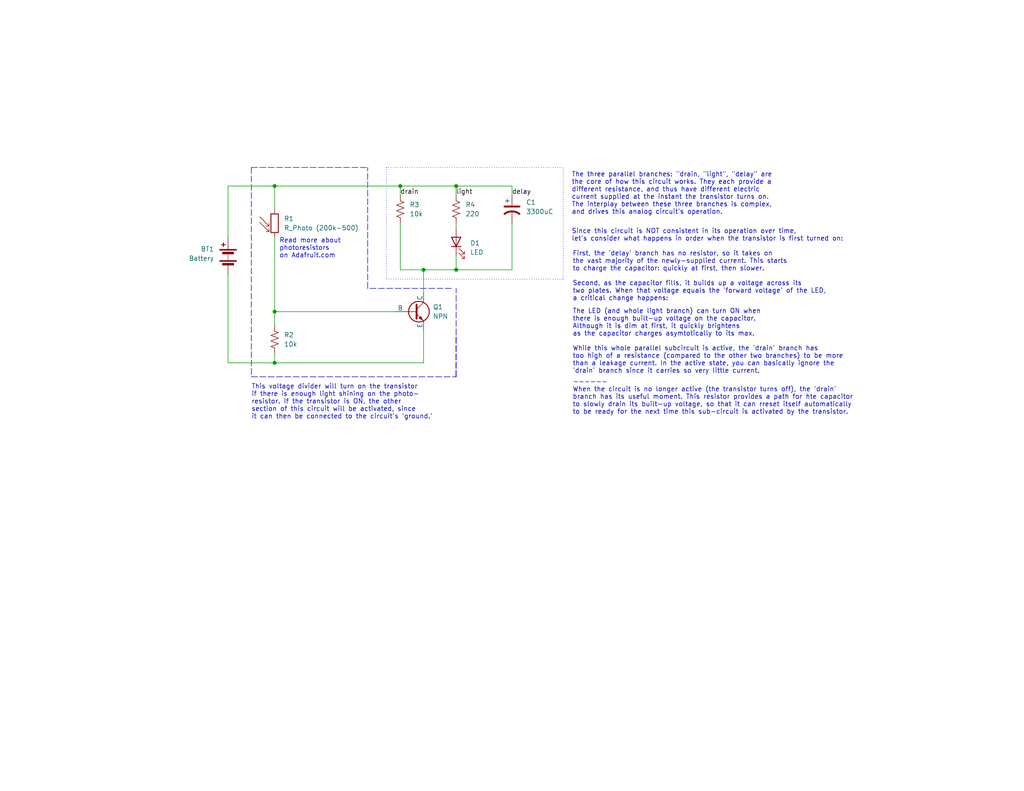
<source format=kicad_sch>
(kicad_sch (version 20231120) (generator "eeschema") (generator_version "8.0")
  (paper "USLetter")
  (title_block (title "Science Olympiad Real-Life RC Circuit") (date "2025-03-20") (rev "v1.0") (company "Mason High School Applied Technology") (comment 1 "2015 Mission Possible Ohio State Champions"))
  (lib_symbols
    (symbol "Device:Battery" (pin_numbers hide) (pin_names (offset 0) hide)
      (property "Reference" "BT" (at 2.54 2.54 0))
      (property "Value" "Battery" (at 2.54 0 0))
      (symbol "Battery_0_1"
        (rectangle (start -2.286 -1.27) (end 2.286 -1.524) (fill (type outline)))
        (rectangle (start -2.286 1.778) (end 2.286 1.524) (fill (type outline)))
        (rectangle (start -1.524 -2.032) (end 1.524 -2.54) (fill (type outline)))
        (rectangle (start -1.524 1.016) (end 1.524 0.508) (fill (type outline)))
        (polyline (pts (xy 0 -1.016) (xy 0 -0.762)))
        (polyline (pts (xy 0 -0.508) (xy 0 -0.254)))
        (polyline (pts (xy 0 0) (xy 0 0.254)))
        (polyline (pts (xy 0 1.778) (xy 0 2.54)))
        (polyline (pts (xy 0.762 3.048) (xy 1.778 3.048)) (stroke (width 0.254)))
        (polyline (pts (xy 1.27 3.556) (xy 1.27 2.54)) (stroke (width 0.254)))
      )
      (symbol "Battery_1_1"
        (pin passive line (at 0 5.08 270) (length 2.54) (name "+") (number "1"))
        (pin passive line (at 0 -5.08 90) (length 2.54) (name "-") (number "2"))
      )
    )
    (symbol "Device:C_Polarized_US" (pin_numbers hide) (pin_names (offset 0.254) hide)
      (property "Reference" "C" (at 0.635 2.54 0))
      (property "Value" "C_Polarized_US" (at 0.635 -2.54 0))
      (symbol "C_Polarized_US_0_1"
        (polyline (pts (xy -2.032 0.762) (xy 2.032 0.762)) (stroke (width 0.508)))
        (polyline (pts (xy -1.778 2.286) (xy -0.762 2.286)))
        (polyline (pts (xy -1.27 1.778) (xy -1.27 2.794)))
        (arc (start 2.032 -1.27) (mid 0 -0.5572) (end -2.032 -1.27) (stroke (width 0.508)))
      )
      (symbol "C_Polarized_US_1_1"
        (pin passive line (at 0 3.81 270) (length 2.794) (name "~") (number "1"))
        (pin passive line (at 0 -3.81 90) (length 3.302) (name "~") (number "2"))
      )
    )
    (symbol "Device:LED" (pin_numbers hide) (pin_names (offset 1.016) hide)
      (property "Reference" "D" (at 0 2.54 0))
      (property "Value" "LED" (at 0 -2.54 0))
      (symbol "LED_0_1"
        (polyline (pts (xy -1.27 -1.27) (xy -1.27 1.27)) (stroke (width 0.254)))
        (polyline (pts (xy -1.27 0) (xy 1.27 0)))
        (polyline (pts (xy 1.27 -1.27) (xy 1.27 1.27) (xy -1.27 0) (xy 1.27 -1.27)) (stroke (width 0.254)))
        (polyline (pts (xy -3.048 -0.762) (xy -4.572 -2.286) (xy -3.81 -2.286) (xy -4.572 -2.286) (xy -4.572 -1.524)))
        (polyline (pts (xy -1.778 -0.762) (xy -3.302 -2.286) (xy -2.54 -2.286) (xy -3.302 -2.286) (xy -3.302 -1.524)))
      )
      (symbol "LED_1_1"
        (pin passive line (at -3.81 0 0) (length 2.54) (name "K") (number "1"))
        (pin passive line (at 3.81 0 180) (length 2.54) (name "A") (number "2"))
      )
    )
    (symbol "Device:R_Photo" (pin_numbers hide) (pin_names (offset 0))
      (property "Reference" "R" (at 1.27 1.27 0))
      (property "Value" "R_Photo" (at 1.27 0 0))
      (symbol "R_Photo_0_1"
        (rectangle (start -1.016 2.54) (end 1.016 -2.54) (stroke (width 0.254)))
        (polyline (pts (xy -1.524 -2.286) (xy -4.064 0.254)))
        (polyline (pts (xy -1.524 -2.286) (xy -2.286 -2.286)))
        (polyline (pts (xy -1.524 -2.286) (xy -1.524 -1.524)))
        (polyline (pts (xy -1.524 -0.762) (xy -4.064 1.778)))
        (polyline (pts (xy -1.524 -0.762) (xy -2.286 -0.762)))
        (polyline (pts (xy -1.524 -0.762) (xy -1.524 0)))
      )
      (symbol "R_Photo_1_1"
        (pin passive line (at 0 3.81 270) (length 1.27) (name "~") (number "1"))
        (pin passive line (at 0 -3.81 90) (length 1.27) (name "~") (number "2"))
      )
    )
    (symbol "Device:R_US" (pin_numbers hide) (pin_names (offset 0))
      (property "Reference" "R" (at 2.54 0 90))
      (property "Value" "R_US" (at -2.54 0 90))
      (symbol "R_US_0_1"
        (polyline (pts (xy 0 -2.286) (xy 0 -2.54)))
        (polyline (pts (xy 0 2.286) (xy 0 2.54)))
        (polyline (pts (xy 0 -0.762) (xy 1.016 -1.143) (xy 0 -1.524) (xy -1.016 -1.905) (xy 0 -2.286)))
        (polyline (pts (xy 0 0.762) (xy 1.016 0.381) (xy 0 0) (xy -1.016 -0.381) (xy 0 -0.762)))
        (polyline (pts (xy 0 2.286) (xy 1.016 1.905) (xy 0 1.524) (xy -1.016 1.143) (xy 0 0.762)))
      )
      (symbol "R_US_1_1"
        (pin passive line (at 0 3.81 270) (length 1.27) (name "~") (number "1"))
        (pin passive line (at 0 -3.81 90) (length 1.27) (name "~") (number "2"))
      )
    )
    (symbol "Simulation_SPICE:NPN" (pin_numbers hide) (pin_names (offset 0))
      (property "Reference" "Q" (at -2.54 7.62 0))
      (property "Value" "NPN" (at -2.54 5.08 0))
      (symbol "NPN_0_1"
        (polyline (pts (xy -2.54 0) (xy 0.635 0)) (stroke (width 0.1524)))
        (polyline (pts (xy 0.635 0.635) (xy 2.54 2.54)))
        (polyline (pts (xy 2.794 -1.27) (xy 2.794 -1.27)) (stroke (width 0.1524)))
        (polyline (pts (xy 2.794 -1.27) (xy 2.794 -1.27)) (stroke (width 0.1524)))
        (polyline (pts (xy 0.635 -0.635) (xy 2.54 -2.54) (xy 2.54 -2.54)))
        (polyline (pts (xy 0.635 1.905) (xy 0.635 -1.905) (xy 0.635 -1.905)) (stroke (width 0.508)))
        (polyline (pts (xy 1.27 -1.778) (xy 1.778 -1.27) (xy 2.286 -2.286) (xy 1.27 -1.778) (xy 1.27 -1.778)) (fill (type outline)))
        (circle (center 1.27 0) (radius 2.8194) (stroke (width 0.254)))
      )
      (symbol "NPN_1_1"
        (pin open_collector line (at 2.54 5.08 270) (length 2.54) (name "C") (number "1"))
        (pin input line (at -5.08 0 0) (length 2.54) (name "B") (number "2"))
        (pin open_emitter line (at 2.54 -5.08 90) (length 2.54) (name "E") (number "3"))
      )
    )
  )
  (junction (at 115.57 73.66))
  (junction (at 74.93 99.06))
  (junction (at 124.46 73.66))
  (junction (at 124.46 50.8))
  (junction (at 74.93 85.09))
  (junction (at 74.93 50.8))
  (junction (at 109.22 50.8))
  (wire (pts (xy 109.22 53.34) (xy 109.22 50.8)))
  (wire (pts (xy 115.57 90.17) (xy 115.57 99.06)))
  (polyline (pts (xy 68.58 45.72) (xy 68.58 102.87)) (stroke (width 0) (type dash)))
  (wire (pts (xy 115.57 99.06) (xy 74.93 99.06)))
  (polyline (pts (xy 68.58 45.72) (xy 100.33 45.72)) (stroke (width 0) (type dash)))
  (polyline (pts (xy 68.58 102.87) (xy 124.46 102.87)) (stroke (width 0) (type dash)))
  (wire (pts (xy 109.22 73.66) (xy 109.22 60.96)))
  (wire (pts (xy 62.23 64.77) (xy 62.23 50.8)))
  (polyline (pts (xy 100.33 78.74) (xy 100.33 45.72)) (stroke (width 0) (type dash)))
  (wire (pts (xy 62.23 74.93) (xy 62.23 99.06)))
  (wire (pts (xy 74.93 50.8) (xy 74.93 57.15)))
  (polyline (pts (xy 124.46 102.87) (xy 124.46 91.44)) (stroke (width 0) (type dash)))
  (wire (pts (xy 74.93 99.06) (xy 74.93 96.52)))
  (wire (pts (xy 124.46 50.8) (xy 109.22 50.8)))
  (wire (pts (xy 124.46 69.85) (xy 124.46 73.66)))
  (polyline (pts (xy 124.46 102.87) (xy 124.46 78.74)) (stroke (width 0) (type dash)))
  (wire (pts (xy 124.46 62.23) (xy 124.46 60.96)))
  (wire (pts (xy 124.46 53.34) (xy 124.46 50.8)))
  (wire (pts (xy 109.22 50.8) (xy 74.93 50.8)))
  (wire (pts (xy 139.7 53.34) (xy 139.7 50.8)))
  (wire (pts (xy 62.23 50.8) (xy 74.93 50.8)))
  (wire (pts (xy 74.93 85.09) (xy 74.93 88.9)))
  (polyline (pts (xy 123.19 78.74) (xy 100.33 78.74)) (stroke (width 0) (type dash)))
  (wire (pts (xy 115.57 73.66) (xy 115.57 80.01)))
  (wire (pts (xy 124.46 73.66) (xy 139.7 73.66)))
  (wire (pts (xy 74.93 85.09) (xy 107.95 85.09)))
  (wire (pts (xy 139.7 60.96) (xy 139.7 73.66)))
  (wire (pts (xy 74.93 64.77) (xy 74.93 85.09)))
  (polyline (pts (xy 105.41 76.2) (xy 153.67 76.2)) (stroke (width 0) (type dot)))
  (polyline (pts (xy 124.46 102.87) (xy 124.46 91.44)) (stroke (width 0) (type dash)))
  (wire (pts (xy 62.23 99.06) (xy 74.93 99.06)))
  (wire (pts (xy 115.57 73.66) (xy 124.46 73.66)))
  (polyline (pts (xy 105.41 45.72) (xy 105.41 76.2)) (stroke (width 0) (type dot)))
  (polyline (pts (xy 105.41 45.72) (xy 153.67 45.72)) (stroke (width 0) (type dot)))
  (wire (pts (xy 139.7 50.8) (xy 124.46 50.8)))
  (polyline (pts (xy 153.67 76.2) (xy 153.67 45.72)) (stroke (width 0) (type dot)))
  (wire (pts (xy 109.22 73.66) (xy 115.57 73.66)))
  (text "------\nWhen the circuit is no longer active (the transistor turns off), the 'drain' \nbranch has its useful moment. This resistor provides a path for hte capacitor \nto slowly drain its built-up voltage, so that it can rreset itself automatically \nto be ready for the next time this sub-circuit is activated by the transistor.\n" (at 156.21 103.632 0) (effects (font (size 1.27 1.27)) (justify left top)))
  (text "Second, as the capacitor fills, it builds up a voltage across its\ntwo plates. When that voltage equals the 'forward voltage' of the LED, \na critical change happens:" (at 156.21 76.708 0) (effects (font (size 1.27 1.27)) (justify left top)))
  (text "The three parallel branches: \"drain, \"light\", \"delay\" are\nthe core of how this circuit works. They each provide a \ndifferent resistance, and thus have different electric \ncurrent supplied at the instant the transistor turns on.\nThe interplay between these three branches is complex, \nand drives this analog circuit's operation. " (at 155.956 46.99 0) (effects (font (size 1.27 1.27)) (justify left top)))
  (text "The LED (and whole light branch) can turn ON when \nthere is enough built-up voltage on the capacitor.\nAlthough it is dim at first, it quickly brightens \nas the capacitor charges asymtotically to its max." (at 156.21 84.328 0) (effects (font (size 1.27 1.27)) (justify left top)))
  (text "While this whole parallel subcircuit is active, the 'drain' branch has \ntoo high of a resistance (compared to the other two branches) to be more \nthan a leakage current. In the active state, you can basically ignore the \n'drain' branch since it carries so very little current. " (at 156.21 94.488 0) (effects (font (size 1.27 1.27)) (justify left top)))
  (text "Since this circuit is NOT consistent in its operation over time, \nlet's consider what happens in order when the transistor is first turned on:" (at 155.956 62.484 0) (effects (font (size 1.27 1.27)) (justify left top)))
  (text "This voltage divider will turn on the transistor \nif there is enough light shining on the photo-\nresistor. If the transistor is ON, the other \nsection of this circuit will be activated, since \nit can then be connected to the circuit's 'ground.'" (at 68.58 104.902 0) (effects (font (size 1.27 1.27)) (justify left top)))
  (text "Read more about \nphotoresistors \non Adafruit.com" (at 76.2 65.024 0) (effects (font (size 1.27 1.27)) (justify left top)))
  (text "First, the 'delay' branch has no resistor, so it takes on \nthe vast majority of the newly-supplied current. This starts \nto charge the capacitor: quickly at first, then slower." (at 156.21 68.58 0) (effects (font (size 1.27 1.27)) (justify left top)))
  (label "light" (at 124.46 53.34 0))
  (label "delay" (at 139.7 53.34 0))
  (label "drain" (at 109.22 53.34 0))
  (symbol (lib_id "Device:R_Photo") (at 74.93 60.96 0) (unit 1)
    (property "Reference" "R1" (at 77.47 59.6899 0) (effects (justify left)))
    (property "Value" "R_Photo (200k-500)" (at 77.47 62.2299 0) (effects (justify left)))
    (property "Description" "Photoresistor" (effects (hide yes)))
  )
  (symbol (lib_id "Simulation_SPICE:NPN") (at 113.03 85.09 0) (unit 1)
    (property "Reference" "Q1" (at 118.11 83.8199 0) (effects (justify left)))
    (property "Value" "NPN" (at 118.11 86.3599 0) (effects (justify left)))
    (property "Datasheet" "https://ngspice.sourceforge.io/docs/ngspice-html-manual/manual.xhtml#cha_BJTs" (effects (hide yes)))
    (property "Description" "Bipolar transistor symbol for simulation only, substrate tied to the emitter" (effects (hide yes)))
    (property "Sim.Device" "NPN" (effects (hide yes)))
    (property "Sim.Type" "GUMMELPOON" (effects (hide yes)))
    (property "Sim.Pins" "1=C 2=B 3=E" (effects (hide yes)))
  )
  (symbol (lib_id "Device:Battery") (at 62.23 69.85 0) (mirror y) (unit 1)
    (property "Reference" "BT1" (at 58.42 68.0084 0) (effects (justify left)))
    (property "Value" "Battery" (at 58.42 70.5484 0) (effects (justify left)))
    (property "Description" "Multiple-cell battery" (effects (hide yes)))
  )
  (symbol (lib_id "Device:R_US") (at 74.93 92.71 0) (unit 1)
    (property "Reference" "R2" (at 77.47 91.4399 0) (effects (justify left)))
    (property "Value" "10k" (at 77.47 93.9799 0) (effects (justify left)))
    (property "Description" "Resistor, US symbol" (effects (hide yes)))
  )
  (symbol (lib_id "Device:LED") (at 124.46 66.04 90) (unit 1)
    (property "Reference" "D1" (at 128.27 66.3574 90) (effects (justify right)))
    (property "Value" "LED" (at 128.27 68.8974 90) (effects (justify right)))
    (property "Description" "Light emitting diode" (effects (hide yes)))
  )
  (symbol (lib_id "Device:C_Polarized_US") (at 139.7 57.15 0) (unit 1)
    (property "Reference" "C1" (at 143.51 55.2449 0) (effects (justify left)))
    (property "Value" "3300uC" (at 143.51 57.7849 0) (effects (justify left)))
    (property "Description" "Polarized capacitor, US symbol" (effects (hide yes)))
  )
  (symbol (lib_id "Device:R_US") (at 109.22 57.15 0) (unit 1)
    (property "Reference" "R3" (at 111.76 55.8799 0) (effects (justify left)))
    (property "Value" "10k" (at 111.76 58.4199 0) (effects (justify left)))
    (property "Description" "Resistor, US symbol" (effects (hide yes)))
  )
  (symbol (lib_id "Device:R_US") (at 124.46 57.15 0) (unit 1)
    (property "Reference" "R4" (at 127 55.8799 0) (effects (justify left)))
    (property "Value" "220" (at 127 58.4199 0) (effects (justify left)))
    (property "Description" "Resistor, US symbol" (effects (hide yes)))
  )
)
</source>
